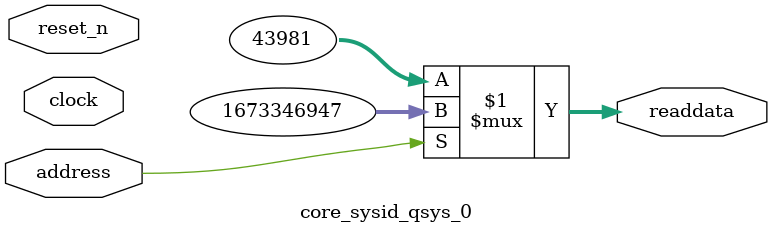
<source format=v>



// synthesis translate_off
`timescale 1ns / 1ps
// synthesis translate_on

// turn off superfluous verilog processor warnings 
// altera message_level Level1 
// altera message_off 10034 10035 10036 10037 10230 10240 10030 

module core_sysid_qsys_0 (
               // inputs:
                address,
                clock,
                reset_n,

               // outputs:
                readdata
             )
;

  output  [ 31: 0] readdata;
  input            address;
  input            clock;
  input            reset_n;

  wire    [ 31: 0] readdata;
  //control_slave, which is an e_avalon_slave
  assign readdata = address ? 1673346947 : 43981;

endmodule



</source>
